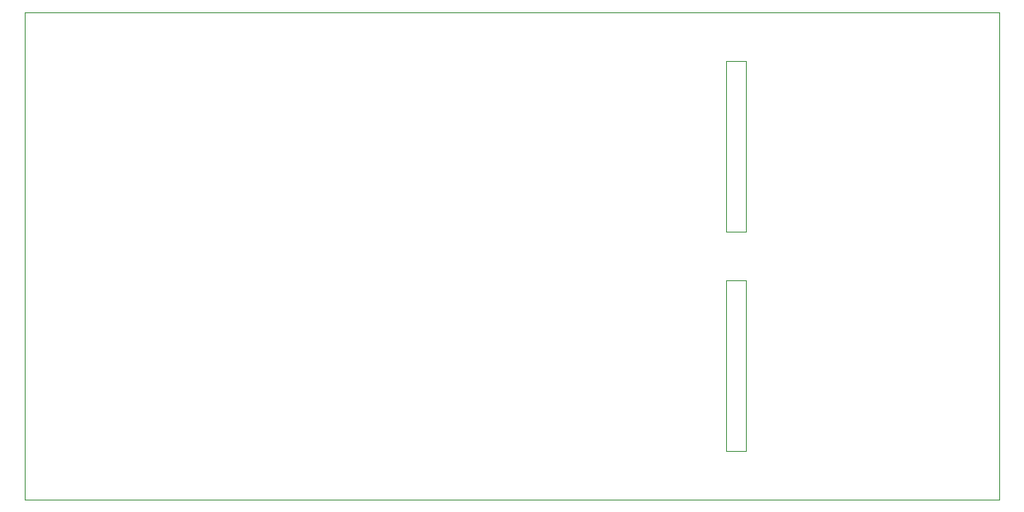
<source format=gbr>
%TF.GenerationSoftware,KiCad,Pcbnew,9.0.2*%
%TF.CreationDate,2025-06-13T16:07:32+08:00*%
%TF.ProjectId,DSCHG_TSMP,44534348-475f-4545-934d-502e6b696361,rev?*%
%TF.SameCoordinates,Original*%
%TF.FileFunction,Profile,NP*%
%FSLAX46Y46*%
G04 Gerber Fmt 4.6, Leading zero omitted, Abs format (unit mm)*
G04 Created by KiCad (PCBNEW 9.0.2) date 2025-06-13 16:07:32*
%MOMM*%
%LPD*%
G01*
G04 APERTURE LIST*
%TA.AperFunction,Profile*%
%ADD10C,0.050000*%
%TD*%
G04 APERTURE END LIST*
D10*
X222000000Y-75000000D02*
X224000000Y-75000000D01*
X224000000Y-92500000D01*
X222000000Y-92500000D01*
X222000000Y-75000000D01*
X222000000Y-97500000D02*
X224000000Y-97500000D01*
X224000000Y-115000000D01*
X222000000Y-115000000D01*
X222000000Y-97500000D01*
X150000000Y-70000000D02*
X250025400Y-70000000D01*
X250025400Y-120000000D01*
X150000000Y-120000000D01*
X150000000Y-70000000D01*
M02*

</source>
